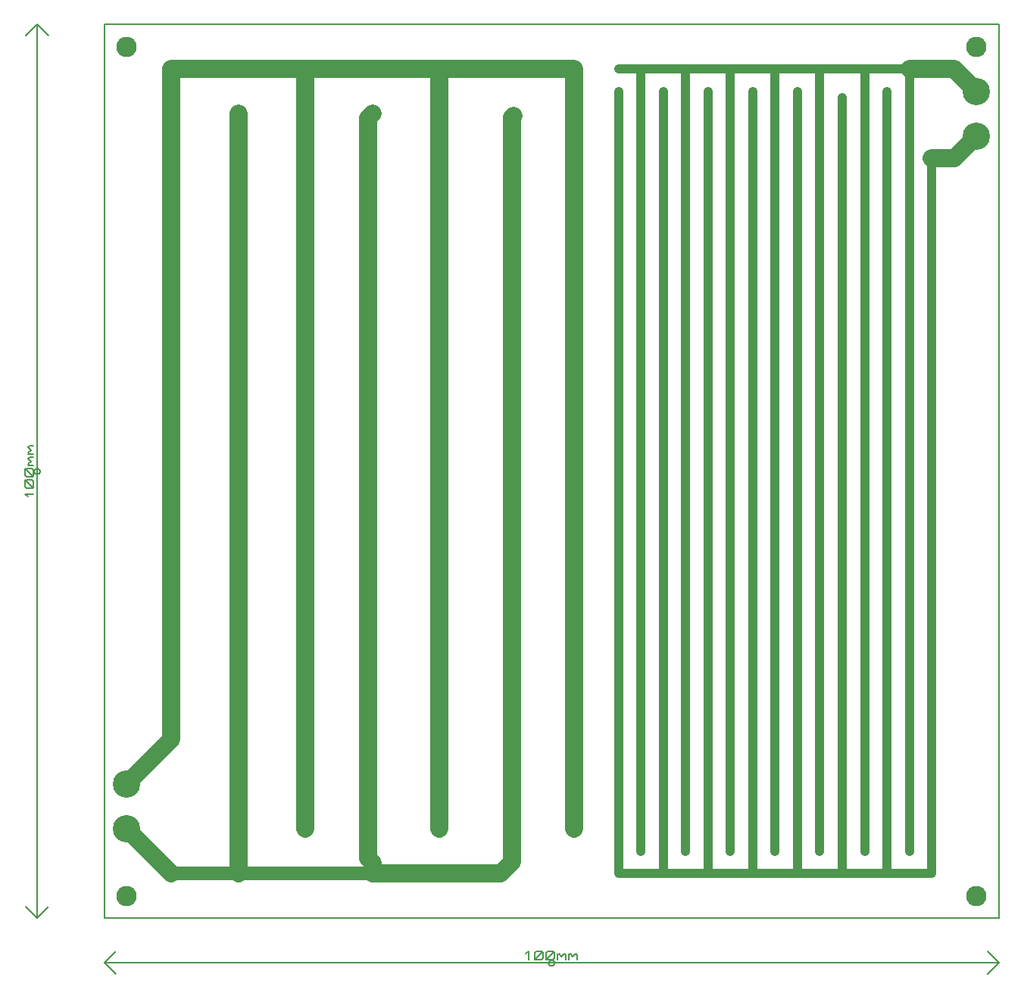
<source format=gbr>
G04 PROTEUS RS274X GERBER FILE*
%FSLAX45Y45*%
%MOMM*%
G01*
%ADD13C,1.524000*%
%ADD14C,2.032000*%
%ADD15C,1.016000*%
%ADD10C,3.048000*%
%ADD11C,2.286000*%
%ADD12C,0.203200*%
D13*
X-10000000Y-10000000D02*
X-9750000Y-10000000D01*
X-9250000Y-10000000D01*
X-8750000Y-10000000D01*
X-8250000Y-10000000D01*
X-7750000Y-10000000D01*
D14*
X-9250000Y-10000000D02*
X-9250000Y-1500000D01*
X-8500000Y-1000000D02*
X-8500000Y-9500000D01*
X-7000000Y-1000000D02*
X-7000000Y-9500000D01*
D15*
X-4750000Y-1000000D02*
X-4750000Y-9750000D01*
X-5000000Y-1000000D02*
X-4750000Y-1000000D01*
X-4500000Y-10000000D02*
X-4500000Y-1250000D01*
X-4250000Y-1000000D02*
X-4250000Y-9750000D01*
X-4750000Y-1000000D02*
X-4250000Y-1000000D01*
X-4000000Y-10000000D02*
X-4000000Y-1250000D01*
X-4500000Y-10000000D02*
X-4000000Y-10000000D01*
X-3750000Y-1000000D02*
X-3750000Y-9750000D01*
X-4250000Y-1000000D02*
X-3750000Y-1000000D01*
X-3500000Y-10000000D02*
X-3500000Y-1250000D01*
X-4000000Y-10000000D02*
X-3500000Y-10000000D01*
X-3250000Y-1000000D02*
X-3250000Y-9750000D01*
X-3750000Y-1000000D02*
X-3250000Y-1000000D01*
X-3000000Y-10000000D02*
X-3000000Y-1250000D01*
X-3500000Y-10000000D02*
X-3000000Y-10000000D01*
X-2750000Y-1000000D02*
X-2750000Y-9750000D01*
X-3250000Y-1000000D02*
X-2750000Y-1000000D01*
X-2500000Y-10000000D02*
X-2500000Y-1319318D01*
X-2500038Y-1319280D01*
X-3000000Y-10000000D02*
X-2500000Y-10000000D01*
X-2250000Y-1000000D02*
X-2250000Y-9750000D01*
X-2750000Y-1000000D02*
X-2250000Y-1000000D01*
X-2000000Y-10000000D02*
X-2000000Y-1250000D01*
X-2500000Y-10000000D02*
X-2000000Y-10000000D01*
X-1500000Y-10000000D01*
X-1750000Y-1000000D02*
X-1750000Y-9750000D01*
X-2250000Y-1000000D02*
X-1750000Y-1000000D01*
D14*
X-10000000Y-10000000D02*
X-10500000Y-9500000D01*
X-1500000Y-2000000D02*
X-1250000Y-2000000D01*
X-1000000Y-1750000D01*
D15*
X-1500000Y-10000000D02*
X-1500000Y-2000000D01*
D14*
X-1750000Y-1000000D02*
X-1250000Y-1000000D01*
X-1000000Y-1250000D01*
X-8337544Y-1000000D02*
X-7000000Y-1000000D01*
X-7750000Y-10000000D02*
X-7750000Y-9875296D01*
X-7797429Y-9827867D01*
X-7797429Y-1547429D01*
X-7750000Y-1500000D01*
X-7000000Y-1000000D02*
X-5500000Y-1000000D01*
X-5500000Y-9500000D01*
X-7750000Y-10000000D02*
X-6320023Y-10000000D01*
X-6191683Y-9871660D01*
X-6191683Y-1536374D01*
X-6177085Y-1521776D01*
D15*
X-4500000Y-10000000D02*
X-5000000Y-10000000D01*
X-5000000Y-1250000D01*
D14*
X-10500000Y-9000000D02*
X-10000000Y-8500000D01*
X-10000000Y-1000000D01*
X-8500000Y-1000000D01*
X-8337544Y-1000000D01*
D10*
X-10500000Y-9000000D03*
X-10500000Y-9500000D03*
X-1000000Y-1250000D03*
X-1000000Y-1750000D03*
D11*
X-10500000Y-750000D03*
X-1000000Y-10250000D03*
X-1000000Y-750000D03*
X-10500000Y-10250000D03*
D12*
X-10750000Y-10500000D02*
X-750000Y-10500000D01*
X-750000Y-500000D01*
X-10750000Y-500000D01*
X-10750000Y-10500000D01*
X-10750000Y-11000000D02*
X-750000Y-11000000D01*
X-10750000Y-11000000D02*
X-10623000Y-11127000D01*
X-10750000Y-11000000D02*
X-10623000Y-10873000D01*
X-750000Y-11000000D02*
X-877000Y-10873000D01*
X-750000Y-11000000D02*
X-877000Y-11127000D01*
X-5718250Y-11000000D02*
X-5718359Y-10997366D01*
X-5719249Y-10992097D01*
X-5721111Y-10986828D01*
X-5724154Y-10981559D01*
X-5728809Y-10976357D01*
X-5734078Y-10972531D01*
X-5739347Y-10970091D01*
X-5744616Y-10968710D01*
X-5749885Y-10968250D01*
X-5750000Y-10968250D01*
X-5781750Y-11000000D02*
X-5781641Y-10997366D01*
X-5780751Y-10992097D01*
X-5778889Y-10986828D01*
X-5775846Y-10981559D01*
X-5771191Y-10976357D01*
X-5765922Y-10972531D01*
X-5760653Y-10970091D01*
X-5755384Y-10968710D01*
X-5750115Y-10968250D01*
X-5750000Y-10968250D01*
X-5781750Y-11000000D02*
X-5781641Y-11002634D01*
X-5780751Y-11007903D01*
X-5778889Y-11013172D01*
X-5775846Y-11018441D01*
X-5771191Y-11023643D01*
X-5765922Y-11027469D01*
X-5760653Y-11029909D01*
X-5755384Y-11031290D01*
X-5750115Y-11031750D01*
X-5750000Y-11031750D01*
X-5718250Y-11000000D02*
X-5718359Y-11002634D01*
X-5719249Y-11007903D01*
X-5721111Y-11013172D01*
X-5724154Y-11018441D01*
X-5728809Y-11023643D01*
X-5734078Y-11027469D01*
X-5739347Y-11029909D01*
X-5744616Y-11031290D01*
X-5749885Y-11031750D01*
X-5750000Y-11031750D01*
X-6035750Y-10898400D02*
X-6004000Y-10867920D01*
X-6004000Y-10959360D01*
X-5940500Y-10944120D02*
X-5940500Y-10883160D01*
X-5924625Y-10867920D01*
X-5861125Y-10867920D01*
X-5845250Y-10883160D01*
X-5845250Y-10944120D01*
X-5861125Y-10959360D01*
X-5924625Y-10959360D01*
X-5940500Y-10944120D01*
X-5940500Y-10959360D02*
X-5845250Y-10867920D01*
X-5813500Y-10944120D02*
X-5813500Y-10883160D01*
X-5797625Y-10867920D01*
X-5734125Y-10867920D01*
X-5718250Y-10883160D01*
X-5718250Y-10944120D01*
X-5734125Y-10959360D01*
X-5797625Y-10959360D01*
X-5813500Y-10944120D01*
X-5813500Y-10959360D02*
X-5718250Y-10867920D01*
X-5686500Y-10959360D02*
X-5686500Y-10898400D01*
X-5686500Y-10913640D02*
X-5670625Y-10898400D01*
X-5638875Y-10928880D01*
X-5607125Y-10898400D01*
X-5591250Y-10913640D01*
X-5591250Y-10959360D01*
X-5559500Y-10959360D02*
X-5559500Y-10898400D01*
X-5559500Y-10913640D02*
X-5543625Y-10898400D01*
X-5511875Y-10928880D01*
X-5480125Y-10898400D01*
X-5464250Y-10913640D01*
X-5464250Y-10959360D01*
X-11500000Y-10500000D02*
X-11500000Y-500000D01*
X-11500000Y-10500000D02*
X-11373000Y-10373000D01*
X-11500000Y-10500000D02*
X-11627000Y-10373000D01*
X-11500000Y-500000D02*
X-11627000Y-627000D01*
X-11500000Y-500000D02*
X-11373000Y-627000D01*
X-11468250Y-5500000D02*
X-11468359Y-5497366D01*
X-11469249Y-5492097D01*
X-11471111Y-5486828D01*
X-11474154Y-5481559D01*
X-11478809Y-5476357D01*
X-11484078Y-5472531D01*
X-11489347Y-5470091D01*
X-11494616Y-5468710D01*
X-11499885Y-5468250D01*
X-11500000Y-5468250D01*
X-11531750Y-5500000D02*
X-11531641Y-5497366D01*
X-11530751Y-5492097D01*
X-11528889Y-5486828D01*
X-11525846Y-5481559D01*
X-11521191Y-5476357D01*
X-11515922Y-5472531D01*
X-11510653Y-5470091D01*
X-11505384Y-5468710D01*
X-11500115Y-5468250D01*
X-11500000Y-5468250D01*
X-11531750Y-5500000D02*
X-11531641Y-5502634D01*
X-11530751Y-5507903D01*
X-11528889Y-5513172D01*
X-11525846Y-5518441D01*
X-11521191Y-5523643D01*
X-11515922Y-5527469D01*
X-11510653Y-5529909D01*
X-11505384Y-5531290D01*
X-11500115Y-5531750D01*
X-11500000Y-5531750D01*
X-11468250Y-5500000D02*
X-11468359Y-5502634D01*
X-11469249Y-5507903D01*
X-11471111Y-5513172D01*
X-11474154Y-5518441D01*
X-11478809Y-5523643D01*
X-11484078Y-5527469D01*
X-11489347Y-5529909D01*
X-11494616Y-5531290D01*
X-11499885Y-5531750D01*
X-11500000Y-5531750D01*
X-11601600Y-5785750D02*
X-11632080Y-5754000D01*
X-11540640Y-5754000D01*
X-11555880Y-5690500D02*
X-11616840Y-5690500D01*
X-11632080Y-5674625D01*
X-11632080Y-5611125D01*
X-11616840Y-5595250D01*
X-11555880Y-5595250D01*
X-11540640Y-5611125D01*
X-11540640Y-5674625D01*
X-11555880Y-5690500D01*
X-11540640Y-5690500D02*
X-11632080Y-5595250D01*
X-11555880Y-5563500D02*
X-11616840Y-5563500D01*
X-11632080Y-5547625D01*
X-11632080Y-5484125D01*
X-11616840Y-5468250D01*
X-11555880Y-5468250D01*
X-11540640Y-5484125D01*
X-11540640Y-5547625D01*
X-11555880Y-5563500D01*
X-11540640Y-5563500D02*
X-11632080Y-5468250D01*
X-11540640Y-5436500D02*
X-11601600Y-5436500D01*
X-11586360Y-5436500D02*
X-11601600Y-5420625D01*
X-11571120Y-5388875D01*
X-11601600Y-5357125D01*
X-11586360Y-5341250D01*
X-11540640Y-5341250D01*
X-11540640Y-5309500D02*
X-11601600Y-5309500D01*
X-11586360Y-5309500D02*
X-11601600Y-5293625D01*
X-11571120Y-5261875D01*
X-11601600Y-5230125D01*
X-11586360Y-5214250D01*
X-11540640Y-5214250D01*
M02*

</source>
